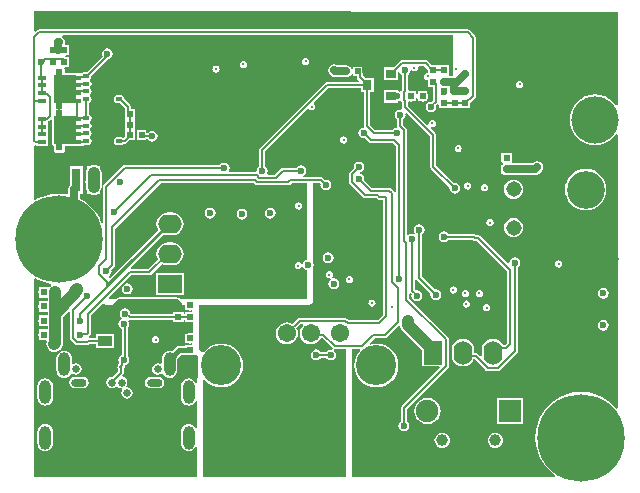
<source format=gbl>
G04*
G04 #@! TF.GenerationSoftware,Altium Limited,Altium Designer,20.0.7 (75)*
G04*
G04 Layer_Physical_Order=4*
G04 Layer_Color=16711680*
%FSLAX44Y44*%
%MOMM*%
G71*
G01*
G75*
%ADD11C,0.2000*%
%ADD22R,0.8000X0.8000*%
%ADD23R,0.6000X0.5000*%
%ADD24R,0.5000X0.6000*%
%ADD25R,0.5000X0.5000*%
%ADD26R,0.5000X0.5000*%
%ADD27R,1.3000X0.9000*%
%ADD37O,0.6000X0.4000*%
%ADD38R,0.6000X0.4000*%
%ADD89C,0.7000*%
%ADD92C,0.4500*%
%ADD94C,1.0000*%
%ADD97C,0.6500*%
%ADD98O,1.0000X2.0000*%
%ADD99O,1.3000X0.6500*%
%ADD100R,1.5450X1.5450*%
%ADD101C,1.5450*%
%ADD102C,3.3960*%
%ADD103C,4.0000*%
%ADD104C,1.3080*%
%ADD105C,1.9000*%
%ADD106C,1.0000*%
%ADD107R,1.9000X1.9000*%
%ADD108O,2.0000X1.6000*%
%ADD109R,2.0000X1.6000*%
%ADD110O,1.6000X2.0000*%
%ADD111R,1.6000X2.0000*%
%ADD112C,7.4000*%
%ADD113C,3.2000*%
%ADD114C,0.3000*%
%ADD115C,0.6000*%
%ADD116R,0.6600X0.4200*%
%ADD117R,0.9000X0.8000*%
%ADD118R,0.8000X0.9000*%
%ADD119R,0.5700X3.4600*%
%ADD120R,1.8400X2.3700*%
G36*
X358000Y342098D02*
X354888D01*
X354000Y343000D01*
Y344887D01*
X354239Y345244D01*
X354588Y347000D01*
X354239Y348756D01*
X354000Y349113D01*
Y351000D01*
X352113D01*
X351756Y351239D01*
X350000Y351588D01*
X348244Y351239D01*
X347887Y351000D01*
X346000D01*
Y351000D01*
X345500Y351000D01*
Y351000D01*
X340105D01*
X337049Y354056D01*
X337049Y354056D01*
X336302Y354802D01*
X335476Y355355D01*
X334500Y355549D01*
X333444D01*
X333444Y355549D01*
X329050D01*
X329050Y355549D01*
X314500D01*
X313524Y355355D01*
X312698Y354802D01*
X307395Y349500D01*
X299000D01*
Y338500D01*
X311000D01*
Y344934D01*
X311460Y345275D01*
X311761Y345268D01*
X313022Y344853D01*
X313756Y343756D01*
X314451Y343291D01*
Y330298D01*
X314198Y330045D01*
X313645Y329218D01*
X312284Y328886D01*
X311756Y329239D01*
X311000Y329389D01*
Y330500D01*
X299000D01*
Y319500D01*
X311000D01*
Y320611D01*
X311756Y320761D01*
X312284Y321114D01*
X313645Y320782D01*
X314198Y319955D01*
X314451Y319702D01*
Y317056D01*
X314451Y317056D01*
Y316000D01*
X314645Y315025D01*
X314505Y314501D01*
X313975Y313971D01*
X313409Y313507D01*
X313000Y313588D01*
X311244Y313239D01*
X309756Y312244D01*
X308761Y310756D01*
X308412Y309000D01*
X308761Y307244D01*
X309756Y305756D01*
X310451Y305291D01*
Y300541D01*
X310451Y300541D01*
Y299793D01*
X310000Y298588D01*
X309455Y298480D01*
X308244Y298239D01*
X306756Y297244D01*
X306291Y296549D01*
X291541D01*
X287549Y300541D01*
Y328500D01*
X290500D01*
Y340500D01*
X283105D01*
X281049Y342556D01*
Y344500D01*
X281000Y344746D01*
Y350000D01*
X273000D01*
Y347975D01*
X271730Y347850D01*
X271710Y347951D01*
X271000Y349013D01*
Y350000D01*
X270013D01*
X268951Y350710D01*
X267000Y351098D01*
X259867D01*
X258951Y351710D01*
X257000Y352098D01*
X255049Y351710D01*
X253395Y350605D01*
X252290Y348951D01*
X251902Y347000D01*
X252290Y345049D01*
X253395Y343395D01*
X254395Y342395D01*
X256049Y341290D01*
X258000Y340902D01*
X267000D01*
X268951Y341290D01*
X270013Y342000D01*
X271000D01*
Y342987D01*
X271710Y344049D01*
X271730Y344150D01*
X273000Y344025D01*
Y342000D01*
X275951D01*
Y341500D01*
X276145Y340525D01*
X276698Y339698D01*
X278173Y338222D01*
X277687Y337049D01*
X250843D01*
X249868Y336855D01*
X249041Y336302D01*
X194198Y281459D01*
X193645Y280632D01*
X193451Y279657D01*
Y265709D01*
X192756Y265244D01*
X191761Y263756D01*
X191412Y262000D01*
X191448Y261819D01*
X190406Y260549D01*
X168634D01*
X167955Y261819D01*
X168239Y262244D01*
X168588Y264000D01*
X168239Y265756D01*
X167244Y267244D01*
X165756Y268239D01*
X164000Y268588D01*
X162244Y268239D01*
X160756Y267244D01*
X160291Y266549D01*
X79515D01*
X78539Y266355D01*
X77712Y265802D01*
X62198Y250288D01*
X61645Y249461D01*
X61451Y248485D01*
Y217958D01*
X59890D01*
X58410Y221533D01*
X55244Y226700D01*
X51308Y231308D01*
X46700Y235243D01*
X41918Y238174D01*
Y242500D01*
X44000D01*
Y253500D01*
X44000D01*
X44000Y254500D01*
X44000D01*
Y265500D01*
X33000D01*
Y254500D01*
X33000D01*
X33000Y253500D01*
X33000D01*
Y249603D01*
X32110Y248271D01*
X31722Y246320D01*
Y242766D01*
X30725Y241980D01*
X30041Y242144D01*
X24000Y242619D01*
X17959Y242144D01*
X12066Y240729D01*
X10306Y240000D01*
X10000D01*
X9783Y239783D01*
X6467Y238410D01*
X4108Y236964D01*
X3000Y237585D01*
Y282639D01*
X3930Y283482D01*
X5200Y283131D01*
Y282650D01*
X14800D01*
Y289150D01*
Y295650D01*
Y303644D01*
X14804Y303645D01*
X15631Y304198D01*
X16903Y305470D01*
X18076Y304984D01*
Y284150D01*
X18552Y283002D01*
X19700Y282526D01*
X19877D01*
Y278700D01*
X20352Y277552D01*
X21500Y277076D01*
X27200D01*
X28349Y277552D01*
X28824Y278700D01*
Y282526D01*
X38100D01*
X38398Y282650D01*
X44200D01*
Y282650D01*
X45470Y283537D01*
X46000Y283431D01*
X48000D01*
X49366Y283703D01*
X50523Y284477D01*
X51297Y285634D01*
X51569Y287000D01*
X51297Y288366D01*
X50523Y289523D01*
X50386Y289615D01*
Y290885D01*
X50523Y290977D01*
X51297Y292134D01*
X51569Y293500D01*
X51297Y294866D01*
X50523Y296023D01*
X50386Y296115D01*
Y297385D01*
X50523Y297477D01*
X51297Y298634D01*
X51569Y300000D01*
X51297Y301366D01*
X50523Y302523D01*
X50386Y302615D01*
Y303885D01*
X50523Y303977D01*
X51297Y305134D01*
X51569Y306500D01*
X51297Y307866D01*
X50523Y309023D01*
X49549Y309674D01*
Y319326D01*
X50523Y319977D01*
X51297Y321134D01*
X51569Y322500D01*
X51297Y323866D01*
X50523Y325023D01*
X50386Y325115D01*
Y326385D01*
X50523Y326477D01*
X51297Y327634D01*
X51569Y329000D01*
X51297Y330366D01*
X50523Y331523D01*
X50386Y331615D01*
Y332885D01*
X50523Y332977D01*
X51297Y334134D01*
X51569Y335500D01*
X51297Y336866D01*
X50523Y338023D01*
X50386Y338115D01*
Y339385D01*
X50523Y339477D01*
X51297Y340634D01*
X51560Y341955D01*
X66037Y356432D01*
X66180Y356647D01*
X66756Y356761D01*
X68244Y357756D01*
X69239Y359244D01*
X69588Y361000D01*
X69239Y362756D01*
X68244Y364244D01*
X66756Y365239D01*
X65000Y365588D01*
X63244Y365239D01*
X61756Y364244D01*
X60761Y362756D01*
X60412Y361000D01*
X60761Y359244D01*
X61113Y358718D01*
X47964Y345569D01*
X46000D01*
X44634Y345297D01*
X43477Y344523D01*
X43361Y344350D01*
X38398D01*
X38100Y344473D01*
X28824D01*
Y348300D01*
X28646Y348730D01*
X29456Y350000D01*
X32500D01*
Y358000D01*
X30113D01*
X29797Y358312D01*
X29548Y358730D01*
X30248Y360000D01*
X32500D01*
Y368000D01*
X29420D01*
X28754Y369270D01*
X29098Y371000D01*
X28710Y372951D01*
X27605Y374605D01*
X26742Y375181D01*
X27128Y376451D01*
X358000D01*
Y342098D01*
D02*
G37*
G36*
X272000Y396000D02*
X497000Y396000D01*
Y317626D01*
X495730Y317287D01*
X493276Y320276D01*
X490003Y322963D01*
X486268Y324959D01*
X482215Y326189D01*
X478000Y326604D01*
X473785Y326189D01*
X469733Y324959D01*
X465998Y322963D01*
X462724Y320276D01*
X460037Y317003D01*
X458041Y313267D01*
X456811Y309215D01*
X456396Y305000D01*
X456811Y300785D01*
X458041Y296733D01*
X460037Y292997D01*
X462724Y289724D01*
X465998Y287037D01*
X469733Y285040D01*
X473785Y283811D01*
X478000Y283396D01*
X482215Y283811D01*
X486268Y285040D01*
X490003Y287037D01*
X493276Y289724D01*
X495730Y292713D01*
X497000Y292374D01*
Y60819D01*
X495808Y60380D01*
X493308Y63308D01*
X488700Y67243D01*
X483533Y70410D01*
X477934Y72729D01*
X472041Y74144D01*
X466000Y74619D01*
X459959Y74144D01*
X454066Y72729D01*
X448467Y70410D01*
X443300Y67243D01*
X438692Y63308D01*
X434757Y58700D01*
X431590Y53533D01*
X429271Y47934D01*
X427856Y42041D01*
X427381Y36000D01*
X427856Y29959D01*
X429271Y24066D01*
X431590Y18467D01*
X434757Y13300D01*
X438692Y8692D01*
X443300Y4757D01*
X444172Y4222D01*
X443827Y3000D01*
X272000Y3000D01*
Y110826D01*
X278497D01*
X279098Y109556D01*
X277260Y107317D01*
X275544Y104106D01*
X274487Y100623D01*
X274131Y97000D01*
X274487Y93377D01*
X275544Y89894D01*
X277260Y86683D01*
X279569Y83869D01*
X282383Y81560D01*
X285594Y79844D01*
X289077Y78787D01*
X292700Y78431D01*
X296323Y78787D01*
X299806Y79844D01*
X303017Y81560D01*
X305831Y83869D01*
X308140Y86683D01*
X309856Y89894D01*
X310913Y93377D01*
X311269Y97000D01*
X310913Y100623D01*
X309856Y104106D01*
X308140Y107317D01*
X305831Y110131D01*
X303017Y112440D01*
X299806Y114156D01*
X296323Y115213D01*
X292700Y115569D01*
X289077Y115213D01*
X287613Y114769D01*
X286940Y115892D01*
X291255Y120207D01*
X300119D01*
X301095Y120401D01*
X301922Y120953D01*
X311710Y130742D01*
X313051Y130286D01*
X313167Y129403D01*
X313822Y127822D01*
X314864Y126464D01*
X331100Y110228D01*
Y96500D01*
X346078D01*
X346564Y95327D01*
X314198Y62960D01*
X313645Y62133D01*
X313451Y61157D01*
Y49709D01*
X312756Y49244D01*
X311761Y47756D01*
X311412Y46000D01*
X311761Y44244D01*
X312756Y42756D01*
X314244Y41761D01*
X316000Y41412D01*
X317756Y41761D01*
X319244Y42756D01*
X320239Y44244D01*
X320588Y46000D01*
X320239Y47756D01*
X319244Y49244D01*
X318549Y49709D01*
Y60102D01*
X353402Y94955D01*
X353955Y95782D01*
X354149Y96757D01*
Y119243D01*
X353955Y120218D01*
X353402Y121045D01*
X320549Y153898D01*
Y157535D01*
X321819Y158062D01*
X322655Y157225D01*
X322412Y156000D01*
X322761Y154244D01*
X323756Y152756D01*
X325244Y151761D01*
X327000Y151412D01*
X328756Y151761D01*
X330244Y152756D01*
X331239Y154244D01*
X331588Y156000D01*
X331239Y157756D01*
X330244Y159244D01*
X328756Y160239D01*
X327000Y160588D01*
X326585Y160506D01*
X325549Y161541D01*
Y169521D01*
X326819Y169764D01*
X327198Y169198D01*
X338575Y157820D01*
X338412Y157000D01*
X338761Y155244D01*
X339756Y153756D01*
X341244Y152761D01*
X343000Y152412D01*
X344756Y152761D01*
X346244Y153756D01*
X347239Y155244D01*
X347588Y157000D01*
X347239Y158756D01*
X346244Y160244D01*
X344756Y161239D01*
X343000Y161588D01*
X342180Y161425D01*
X331549Y172056D01*
Y208291D01*
X332244Y208756D01*
X333239Y210244D01*
X333588Y212000D01*
X333239Y213756D01*
X332244Y215244D01*
X330756Y216239D01*
X329000Y216588D01*
X327244Y216239D01*
X325756Y215244D01*
X324761Y213756D01*
X324412Y212000D01*
X324761Y210244D01*
X325385Y209310D01*
X325072Y208778D01*
X324546Y208281D01*
X323000Y208588D01*
X321244Y208239D01*
X319819Y207287D01*
X319464Y207360D01*
X318549Y207724D01*
Y296485D01*
X318355Y297461D01*
X317802Y298288D01*
X315549Y300541D01*
Y305291D01*
X316244Y305756D01*
X317239Y307244D01*
X317588Y309000D01*
X317337Y310262D01*
X318508Y310888D01*
X338451Y290944D01*
Y265000D01*
X338645Y264025D01*
X339198Y263198D01*
X354575Y247820D01*
X354412Y247000D01*
X354761Y245244D01*
X355756Y243756D01*
X357244Y242761D01*
X359000Y242412D01*
X360756Y242761D01*
X362244Y243756D01*
X363239Y245244D01*
X363588Y247000D01*
X363239Y248756D01*
X362244Y250244D01*
X360756Y251239D01*
X359000Y251588D01*
X358180Y251425D01*
X343549Y266056D01*
Y292000D01*
X343355Y292976D01*
X342802Y293802D01*
X338700Y297905D01*
X339325Y299075D01*
X340000Y298941D01*
X341171Y299174D01*
X342163Y299837D01*
X342826Y300830D01*
X343059Y302000D01*
X342826Y303171D01*
X342163Y304163D01*
X341171Y304826D01*
X340000Y305059D01*
X338829Y304826D01*
X337837Y304163D01*
X337174Y303171D01*
X336941Y302000D01*
X337075Y301325D01*
X335905Y300700D01*
X319549Y317056D01*
Y319703D01*
X319678Y319899D01*
X320819Y320647D01*
X322000Y320412D01*
X323756Y320761D01*
X324113Y321000D01*
X326000D01*
Y322887D01*
X326143Y323101D01*
X326883Y323277D01*
X327547Y323310D01*
X328000Y322692D01*
Y321000D01*
X329887D01*
X330244Y320761D01*
X332000Y320412D01*
X333756Y320761D01*
X334113Y321000D01*
X336000D01*
Y322887D01*
X336239Y323244D01*
X336588Y325000D01*
X336239Y326756D01*
X336000Y327113D01*
Y329000D01*
X334113D01*
X333756Y329239D01*
X332000Y329588D01*
X330244Y329239D01*
X329887Y329000D01*
X328000D01*
Y327113D01*
X327857Y326899D01*
X327117Y326724D01*
X326453Y326690D01*
X326000Y327309D01*
Y329000D01*
X324113D01*
X323756Y329239D01*
X322000Y329588D01*
X320819Y329353D01*
X319678Y330101D01*
X319549Y330297D01*
Y343291D01*
X320244Y343756D01*
X321239Y345244D01*
X321499Y346553D01*
X322808Y346880D01*
X322837Y346837D01*
X323829Y346174D01*
X325000Y345941D01*
X326171Y346174D01*
X327163Y346837D01*
X327826Y347830D01*
X328059Y349000D01*
X328023Y349181D01*
X329050Y350451D01*
X333444D01*
X336500Y347395D01*
Y345242D01*
X336125Y344934D01*
X334954Y344701D01*
X333962Y344038D01*
X333299Y343046D01*
X333066Y341875D01*
X333299Y340704D01*
X333962Y339712D01*
X334954Y339049D01*
X336125Y338816D01*
X336500Y338508D01*
Y333000D01*
X340451D01*
Y321541D01*
X339416Y320505D01*
X339000Y320588D01*
X337244Y320239D01*
X335756Y319244D01*
X334761Y317756D01*
X334412Y316000D01*
X334761Y314244D01*
X335756Y312756D01*
X337244Y311761D01*
X339000Y311412D01*
X340756Y311761D01*
X342244Y312756D01*
X343239Y314244D01*
X343588Y316000D01*
X343344Y317225D01*
X344230Y318111D01*
X345500Y317584D01*
Y315000D01*
X363500D01*
Y315000D01*
X364000Y315000D01*
Y315000D01*
X372000D01*
Y319395D01*
X376302Y323698D01*
X376855Y324525D01*
X377049Y325500D01*
Y374500D01*
X376855Y375475D01*
X376302Y376302D01*
X371802Y380802D01*
X370975Y381355D01*
X370000Y381549D01*
X7000D01*
X6025Y381355D01*
X5198Y380802D01*
X4173Y379778D01*
X3000Y380264D01*
Y397000D01*
X271000D01*
X272000Y396000D01*
D02*
G37*
G36*
X279500Y328500D02*
X282451D01*
Y300541D01*
X282451Y300541D01*
Y299793D01*
X282000Y298588D01*
X281455Y298480D01*
X280244Y298239D01*
X278756Y297244D01*
X277761Y295756D01*
X277412Y294000D01*
X277761Y292244D01*
X278756Y290756D01*
X280244Y289761D01*
X282000Y289412D01*
X282820Y289575D01*
X286198Y286198D01*
X287024Y285645D01*
X288000Y285451D01*
X306773D01*
X309451Y282773D01*
Y244308D01*
X308181Y244064D01*
X307802Y244631D01*
X305631Y246802D01*
X304804Y247355D01*
X303828Y247549D01*
X289056D01*
X282425Y254180D01*
X282588Y255000D01*
X282239Y256756D01*
X281244Y258244D01*
X279756Y259239D01*
X279184Y259353D01*
Y260647D01*
X279756Y260761D01*
X281244Y261756D01*
X282239Y263244D01*
X282588Y265000D01*
X282239Y266756D01*
X281244Y268244D01*
X279756Y269239D01*
X278000Y269588D01*
X276244Y269239D01*
X274756Y268244D01*
X273761Y266756D01*
X273412Y265000D01*
X273575Y264180D01*
X270198Y260802D01*
X269645Y259975D01*
X269451Y259000D01*
Y252515D01*
X269645Y251539D01*
X270198Y250712D01*
X281712Y239198D01*
X282539Y238645D01*
X283515Y238451D01*
X293258D01*
X293511Y238198D01*
X294338Y237645D01*
X295314Y237451D01*
X298451D01*
Y139721D01*
X293900Y135170D01*
X269702D01*
X268245Y136627D01*
X267418Y137180D01*
X266442Y137374D01*
X227725D01*
X226749Y137180D01*
X225923Y136627D01*
X221511Y132216D01*
X219408Y133088D01*
X217000Y133405D01*
X214592Y133088D01*
X212348Y132158D01*
X210421Y130679D01*
X208942Y128752D01*
X208012Y126508D01*
X207695Y124100D01*
X208012Y121692D01*
X208942Y119448D01*
X210421Y117521D01*
X212348Y116042D01*
X214592Y115112D01*
X217000Y114795D01*
X219408Y115112D01*
X221652Y116042D01*
X223579Y117521D01*
X225058Y119448D01*
X225988Y121692D01*
X226305Y124100D01*
X225988Y126508D01*
X225116Y128612D01*
X228781Y132276D01*
X230415D01*
X230846Y131006D01*
X230421Y130679D01*
X228942Y128752D01*
X228012Y126508D01*
X227695Y124100D01*
X228012Y121692D01*
X228942Y119448D01*
X230421Y117521D01*
X232348Y116042D01*
X234592Y115112D01*
X237000Y114795D01*
X239408Y115112D01*
X241652Y116042D01*
X243579Y117521D01*
X245058Y119448D01*
X245479Y120465D01*
X246733Y120595D01*
X255755Y111573D01*
X255838Y111517D01*
X255342Y110321D01*
X254000Y110588D01*
X252244Y110239D01*
X250756Y109244D01*
X250291Y108549D01*
X245709D01*
X245244Y109244D01*
X243756Y110239D01*
X242000Y110588D01*
X240244Y110239D01*
X238756Y109244D01*
X237761Y107756D01*
X237412Y106000D01*
X237761Y104244D01*
X238756Y102756D01*
X240244Y101761D01*
X242000Y101412D01*
X243756Y101761D01*
X245244Y102756D01*
X245709Y103451D01*
X250291D01*
X250756Y102756D01*
X252244Y101761D01*
X254000Y101412D01*
X255756Y101761D01*
X257244Y102756D01*
X258239Y104244D01*
X258588Y106000D01*
X258239Y107756D01*
X257244Y109244D01*
X256500Y109741D01*
X256996Y110938D01*
X257558Y110826D01*
X266902D01*
Y3000D01*
X146000Y3000D01*
Y84628D01*
X147196Y85056D01*
X148169Y83869D01*
X150983Y81560D01*
X154194Y79844D01*
X157677Y78787D01*
X161300Y78431D01*
X164923Y78787D01*
X168406Y79844D01*
X171617Y81560D01*
X174431Y83869D01*
X176740Y86683D01*
X178456Y89894D01*
X179513Y93377D01*
X179869Y97000D01*
X179513Y100623D01*
X178456Y104106D01*
X176740Y107317D01*
X174431Y110131D01*
X171617Y112440D01*
X168406Y114156D01*
X164923Y115213D01*
X161300Y115569D01*
X157677Y115213D01*
X154194Y114156D01*
X150983Y112440D01*
X148169Y110131D01*
X146985Y108687D01*
X145329Y108671D01*
X143000Y111000D01*
Y147902D01*
X234000Y147902D01*
X235951Y148290D01*
X237605Y149395D01*
X238710Y151049D01*
X239098Y153000D01*
Y177611D01*
X239000Y178103D01*
Y178605D01*
X238808Y179069D01*
X238727Y179478D01*
X239239Y180244D01*
X239588Y182000D01*
X239239Y183756D01*
X238727Y184522D01*
X238808Y184931D01*
X239000Y185395D01*
Y185897D01*
X239098Y186389D01*
X239098Y251451D01*
X244585D01*
X245493Y250408D01*
X245412Y250000D01*
X245761Y248244D01*
X246756Y246756D01*
X248244Y245761D01*
X250000Y245412D01*
X251756Y245761D01*
X253244Y246756D01*
X254239Y248244D01*
X254588Y250000D01*
X254239Y251756D01*
X253244Y253244D01*
X251756Y254239D01*
X250000Y254588D01*
X249180Y254425D01*
X247802Y255802D01*
X246975Y256355D01*
X246000Y256549D01*
X234000D01*
X234000Y256549D01*
X231584D01*
X230830Y257726D01*
X230842Y257819D01*
X232244Y258756D01*
X233239Y260244D01*
X233588Y262000D01*
X233239Y263756D01*
X232244Y265244D01*
X230756Y266239D01*
X229000Y266588D01*
X227244Y266239D01*
X225756Y265244D01*
X225291Y264549D01*
X213716D01*
X212741Y264355D01*
X211914Y263802D01*
X206660Y258549D01*
X200634D01*
X199955Y259819D01*
X200239Y260244D01*
X200588Y262000D01*
X200239Y263756D01*
X199244Y265244D01*
X198549Y265709D01*
Y278601D01*
X234110Y314162D01*
X235735Y313991D01*
X235837Y313837D01*
X236829Y313174D01*
X238000Y312941D01*
X239170Y313174D01*
X240163Y313837D01*
X240826Y314830D01*
X241059Y316000D01*
X240826Y317171D01*
X240163Y318163D01*
X240009Y318265D01*
X239838Y319890D01*
X251899Y331951D01*
X277687D01*
X277687Y331951D01*
X279500D01*
Y328500D01*
D02*
G37*
G36*
X234000Y186389D02*
X233244Y186239D01*
X231756Y185244D01*
X230761Y183756D01*
X230584Y182866D01*
X229622Y182724D01*
X229269Y182766D01*
X228663Y183673D01*
X227670Y184336D01*
X226500Y184569D01*
X225329Y184336D01*
X224337Y183673D01*
X223674Y182681D01*
X223441Y181510D01*
X223674Y180340D01*
X224337Y179347D01*
X225329Y178685D01*
X226500Y178452D01*
X227670Y178685D01*
X228663Y179347D01*
X229326Y180340D01*
X229387Y180645D01*
X230681D01*
X230761Y180244D01*
X231756Y178756D01*
X233244Y177761D01*
X234000Y177611D01*
Y153000D01*
X140000Y153000D01*
X127210D01*
X127105Y153105D01*
X125451Y154210D01*
X123500Y154598D01*
X75500D01*
X73549Y154210D01*
X71895Y153105D01*
X71790Y153000D01*
X66000D01*
Y154395D01*
X85259Y173654D01*
X100603D01*
X101579Y173848D01*
X102406Y174401D01*
X111278Y183273D01*
X113520Y182344D01*
X116000Y182018D01*
X120000D01*
X122480Y182344D01*
X124791Y183302D01*
X126776Y184825D01*
X128298Y186809D01*
X129256Y189120D01*
X129582Y191600D01*
X129256Y194080D01*
X128298Y196391D01*
X126776Y198375D01*
X124791Y199898D01*
X122480Y200856D01*
X120000Y201182D01*
X116000D01*
X113520Y200856D01*
X111209Y199898D01*
X109225Y198375D01*
X107702Y196391D01*
X106744Y194080D01*
X106418Y191600D01*
X106744Y189120D01*
X107673Y186878D01*
X99548Y178752D01*
X85153D01*
X84627Y180022D01*
X112692Y208087D01*
X113520Y207745D01*
X116000Y207418D01*
X120000D01*
X122480Y207745D01*
X124791Y208702D01*
X126776Y210224D01*
X128298Y212209D01*
X129256Y214520D01*
X129582Y217000D01*
X129256Y219480D01*
X128298Y221791D01*
X126776Y223775D01*
X124791Y225298D01*
X122480Y226255D01*
X120000Y226582D01*
X116000D01*
X113520Y226255D01*
X111209Y225298D01*
X109225Y223775D01*
X107702Y221791D01*
X106744Y219480D01*
X106418Y217000D01*
X106744Y214520D01*
X107702Y212209D01*
X108032Y211779D01*
X67270Y171017D01*
X66000Y171543D01*
Y172924D01*
X67244Y173756D01*
X68239Y175244D01*
X68588Y177000D01*
X68425Y177820D01*
X70802Y180198D01*
X71355Y181024D01*
X71549Y182000D01*
Y212944D01*
X110056Y251451D01*
X188802D01*
X190056Y250198D01*
X190882Y249645D01*
X191858Y249451D01*
X217929D01*
X218904Y249645D01*
X219731Y250198D01*
X220985Y251451D01*
X234000D01*
X234000Y186389D01*
D02*
G37*
G36*
X6467Y169590D02*
X12066Y167271D01*
X17509Y165964D01*
X17679Y164937D01*
X17652Y164624D01*
X16364Y163636D01*
X16266Y163508D01*
X15000Y163500D01*
X15000Y163500D01*
X15000Y163500D01*
X11443D01*
X11000Y163588D01*
X10557Y163500D01*
X7000D01*
Y161113D01*
X6761Y160756D01*
X6412Y159000D01*
X6761Y157244D01*
X7000Y156887D01*
Y154500D01*
X10557D01*
X11000Y154412D01*
X11443Y154500D01*
X14444D01*
Y151500D01*
X11443D01*
X11000Y151588D01*
X10557Y151500D01*
X7000D01*
Y149113D01*
X6761Y148756D01*
X6412Y147000D01*
X6761Y145244D01*
X7000Y144887D01*
Y142500D01*
X10557D01*
X11000Y142412D01*
X11443Y142500D01*
X14444D01*
Y139500D01*
X11443D01*
X11000Y139588D01*
X10557Y139500D01*
X7000D01*
Y137113D01*
X6761Y136756D01*
X6412Y135000D01*
X6761Y133244D01*
X7000Y132887D01*
Y130500D01*
X10557D01*
X11000Y130412D01*
X11443Y130500D01*
X14444D01*
Y127500D01*
X11443D01*
X11000Y127588D01*
X10557Y127500D01*
X7000D01*
Y125113D01*
X6761Y124756D01*
X6412Y123000D01*
X6761Y121244D01*
X7000Y120887D01*
Y118500D01*
X10557D01*
X11000Y118412D01*
X11443Y118500D01*
X13040D01*
X13888Y117230D01*
X13667Y116697D01*
X13444Y115000D01*
X13667Y113303D01*
X14322Y111722D01*
X15364Y110364D01*
X16722Y109322D01*
X18303Y108667D01*
X20000Y108444D01*
X21697Y108667D01*
X23278Y109322D01*
X24636Y110364D01*
X25636Y111364D01*
X26678Y112722D01*
X27333Y114303D01*
X27556Y116000D01*
Y123000D01*
Y138284D01*
X32181Y142909D01*
X33451Y142383D01*
Y131000D01*
X33451Y131000D01*
Y120515D01*
X33645Y119539D01*
X34198Y118712D01*
X37712Y115198D01*
X38539Y114645D01*
X39515Y114451D01*
X48007D01*
X48983Y114645D01*
X49810Y115198D01*
X50063Y115451D01*
X55000D01*
Y112000D01*
X71000D01*
Y124000D01*
X55000D01*
Y120549D01*
X49812D01*
X49427Y121819D01*
X49631Y121955D01*
X50802Y123127D01*
X51355Y123954D01*
X51549Y124929D01*
Y139944D01*
X61129Y149524D01*
X62392Y149399D01*
X62395Y149395D01*
X64049Y148290D01*
X66000Y147902D01*
X71790D01*
X72810Y148105D01*
X72890D01*
X72964Y148135D01*
X73741Y148290D01*
X74401Y148731D01*
X74728Y148866D01*
X75538Y149408D01*
X76002Y149500D01*
X122998D01*
X123462Y149408D01*
X124272Y148866D01*
X124600Y148730D01*
X125259Y148290D01*
X126036Y148135D01*
X126110Y148105D01*
X126190D01*
X127210Y147902D01*
X130431D01*
X130761Y146244D01*
X131000Y145887D01*
Y144000D01*
X132887D01*
X133244Y143761D01*
X135000Y143412D01*
X136409Y143692D01*
X136931Y143287D01*
X137384Y142607D01*
X137214Y142000D01*
X131000D01*
Y140549D01*
X129500D01*
Y142000D01*
X120500D01*
Y140549D01*
X85138D01*
X84564Y141124D01*
X84239Y142756D01*
X83244Y144244D01*
X81756Y145239D01*
X80000Y145588D01*
X78244Y145239D01*
X76756Y144244D01*
X75761Y142756D01*
X75412Y141000D01*
X75761Y139244D01*
X76756Y137756D01*
X77124Y137510D01*
X77168Y137046D01*
X76992Y136070D01*
X75756Y135244D01*
X74761Y133756D01*
X74412Y132000D01*
X74761Y130244D01*
X75756Y128756D01*
X77244Y127761D01*
X77451Y127720D01*
Y106280D01*
X77244Y106239D01*
X75756Y105244D01*
X74761Y103756D01*
X74412Y102000D01*
X74761Y100244D01*
X75216Y99563D01*
Y98821D01*
X74198Y97802D01*
X73645Y96975D01*
X73451Y96000D01*
X73645Y95024D01*
X73686Y94964D01*
Y91729D01*
X69333Y87377D01*
X69000Y87443D01*
X67147Y87074D01*
X65575Y86025D01*
X64526Y84453D01*
X64157Y82600D01*
X64526Y80747D01*
X65575Y79176D01*
X67147Y78126D01*
X69000Y77757D01*
X70853Y78126D01*
X72425Y79176D01*
X73576D01*
X75147Y78126D01*
X77000Y77757D01*
X77085Y77774D01*
X77807Y76623D01*
X77026Y75453D01*
X76657Y73600D01*
X77026Y71747D01*
X78075Y70175D01*
X79647Y69126D01*
X81500Y68757D01*
X83353Y69126D01*
X84925Y70175D01*
X85974Y71747D01*
X86343Y73600D01*
X85974Y75453D01*
X84925Y77025D01*
X83353Y78074D01*
X81500Y78443D01*
X81415Y78426D01*
X80693Y79577D01*
X81474Y80747D01*
X81843Y82600D01*
X81474Y84453D01*
X80425Y86025D01*
X78853Y87074D01*
X78172Y87210D01*
X77754Y88588D01*
X78037Y88871D01*
X78590Y89698D01*
X78784Y90674D01*
Y95179D01*
X79568Y95963D01*
X80120Y96790D01*
X80295Y97669D01*
X80756Y97761D01*
X82244Y98756D01*
X83239Y100244D01*
X83588Y102000D01*
X83239Y103756D01*
X82549Y104788D01*
Y129212D01*
X83239Y130244D01*
X83588Y132000D01*
X83239Y133756D01*
X82768Y134460D01*
X83565Y135554D01*
X84082Y135451D01*
X120500D01*
Y134000D01*
X129500D01*
Y135451D01*
X131000D01*
Y134000D01*
X137902D01*
Y124932D01*
X136866Y124305D01*
X136632Y124263D01*
X135000Y124588D01*
X133244Y124239D01*
X132887Y124000D01*
X130500D01*
Y120443D01*
X130412Y120000D01*
X130500Y119557D01*
Y116000D01*
X132887D01*
X133244Y115761D01*
X135000Y115412D01*
X136408Y115692D01*
X136931Y115287D01*
X137383Y114607D01*
X137214Y114000D01*
X130500D01*
Y113573D01*
X125888D01*
X124425Y113282D01*
X123185Y112454D01*
X119854Y109123D01*
X119347Y109333D01*
X117650Y109556D01*
X115953Y109333D01*
X114372Y108678D01*
X113014Y107636D01*
X111972Y106278D01*
X111317Y104697D01*
X111094Y103000D01*
Y98839D01*
X109824Y98160D01*
X109353Y98474D01*
X107500Y98843D01*
X105647Y98474D01*
X104075Y97425D01*
X103026Y95853D01*
X102657Y94000D01*
X103026Y92147D01*
X104075Y90576D01*
X105647Y89526D01*
X107500Y89157D01*
X109353Y89526D01*
X110392Y90219D01*
X111893Y89913D01*
X111972Y89722D01*
X113014Y88364D01*
X114372Y87322D01*
X115953Y86667D01*
X117650Y86444D01*
X119347Y86667D01*
X120928Y87322D01*
X122286Y88364D01*
X123328Y89722D01*
X123983Y91303D01*
X124206Y93000D01*
Y102661D01*
X127472Y105927D01*
X134750D01*
X135119Y106000D01*
X139500D01*
Y106000D01*
X140412Y106378D01*
X141724Y105066D01*
X141745Y105052D01*
X141760Y105031D01*
X142000Y104874D01*
Y87641D01*
X141911Y87508D01*
X141391Y86808D01*
X141361Y86685D01*
X141290Y86579D01*
X141120Y85724D01*
X140908Y84878D01*
X140927Y84753D01*
X140902Y84628D01*
Y82637D01*
X139632Y82385D01*
X139428Y82878D01*
X138386Y84236D01*
X137028Y85278D01*
X135447Y85933D01*
X133750Y86156D01*
X132053Y85933D01*
X130472Y85278D01*
X129114Y84236D01*
X128072Y82878D01*
X127417Y81297D01*
X127194Y79600D01*
Y69600D01*
X127417Y67903D01*
X128072Y66322D01*
X129114Y64964D01*
X130472Y63922D01*
X132053Y63267D01*
X133750Y63044D01*
X135447Y63267D01*
X137028Y63922D01*
X138386Y64964D01*
X139428Y66322D01*
X139632Y66815D01*
X140902Y66563D01*
Y44037D01*
X139632Y43785D01*
X139428Y44278D01*
X138386Y45636D01*
X137028Y46678D01*
X135447Y47333D01*
X133750Y47556D01*
X132053Y47333D01*
X130472Y46678D01*
X129114Y45636D01*
X128072Y44278D01*
X127417Y42697D01*
X127194Y41000D01*
Y31000D01*
X127417Y29303D01*
X128072Y27722D01*
X129114Y26364D01*
X130472Y25322D01*
X132053Y24667D01*
X133750Y24444D01*
X135447Y24667D01*
X137028Y25322D01*
X138386Y26364D01*
X139428Y27722D01*
X139632Y28215D01*
X140902Y27963D01*
Y3000D01*
X3000D01*
Y170610D01*
X4270Y170937D01*
X6467Y169590D01*
D02*
G37*
%LPC*%
G36*
X233000Y357559D02*
X231829Y357326D01*
X230837Y356663D01*
X230174Y355671D01*
X229941Y354500D01*
X230174Y353329D01*
X230837Y352337D01*
X231829Y351674D01*
X233000Y351441D01*
X234171Y351674D01*
X235163Y352337D01*
X235826Y353329D01*
X236059Y354500D01*
X235826Y355671D01*
X235163Y356663D01*
X234171Y357326D01*
X233000Y357559D01*
D02*
G37*
G36*
X180000Y355059D02*
X178829Y354826D01*
X177837Y354163D01*
X177174Y353171D01*
X176941Y352000D01*
X177174Y350830D01*
X177837Y349837D01*
X178829Y349174D01*
X180000Y348941D01*
X181171Y349174D01*
X182163Y349837D01*
X182826Y350830D01*
X183059Y352000D01*
X182826Y353171D01*
X182163Y354163D01*
X181171Y354826D01*
X180000Y355059D01*
D02*
G37*
G36*
X157000Y351059D02*
X155829Y350826D01*
X154837Y350163D01*
X154174Y349170D01*
X153941Y348000D01*
X154174Y346829D01*
X154837Y345837D01*
X155829Y345174D01*
X157000Y344941D01*
X158170Y345174D01*
X159163Y345837D01*
X159826Y346829D01*
X160059Y348000D01*
X159826Y349170D01*
X159163Y350163D01*
X158170Y350826D01*
X157000Y351059D01*
D02*
G37*
G36*
X76000Y326069D02*
X74000D01*
X72634Y325797D01*
X71477Y325023D01*
X70703Y323866D01*
X70431Y322500D01*
X70703Y321134D01*
X71477Y319977D01*
X72634Y319203D01*
X74000Y318931D01*
X75964D01*
X79951Y314944D01*
Y311500D01*
X80000Y311254D01*
Y305500D01*
X80000D01*
X80000Y305000D01*
X80000D01*
Y297000D01*
X80000D01*
X80000Y296500D01*
X80000D01*
Y291105D01*
X78827Y289932D01*
X77912D01*
X77366Y290297D01*
X76000Y290569D01*
X74000D01*
X72634Y290297D01*
X71477Y289523D01*
X70703Y288366D01*
X70431Y287000D01*
X70703Y285634D01*
X71477Y284477D01*
X72634Y283703D01*
X74000Y283431D01*
X76000D01*
X77366Y283703D01*
X78523Y284477D01*
X78762Y284834D01*
X79883D01*
X80858Y285028D01*
X81685Y285580D01*
X83605Y287500D01*
X88000D01*
Y296500D01*
X88000D01*
X88000Y297000D01*
X88000D01*
Y305000D01*
X88000D01*
X88000Y305500D01*
X88000D01*
Y314500D01*
X85049D01*
Y316000D01*
X84855Y316975D01*
X84302Y317802D01*
X79560Y322545D01*
X79297Y323866D01*
X78523Y325023D01*
X77366Y325797D01*
X76000Y326069D01*
D02*
G37*
G36*
X98000Y296500D02*
X90000D01*
Y287500D01*
X98000D01*
Y288451D01*
X99291D01*
X99756Y287756D01*
X101244Y286761D01*
X103000Y286412D01*
X104756Y286761D01*
X106244Y287756D01*
X107239Y289244D01*
X107588Y291000D01*
X107239Y292756D01*
X106244Y294244D01*
X104756Y295239D01*
X103000Y295588D01*
X101244Y295239D01*
X99756Y294244D01*
X99291Y293549D01*
X98000D01*
Y296500D01*
D02*
G37*
G36*
X53500Y266556D02*
X51803Y266333D01*
X50222Y265678D01*
X49990Y265500D01*
X48000D01*
Y263510D01*
X47822Y263278D01*
X47167Y261697D01*
X46944Y260000D01*
Y254029D01*
X46761Y253756D01*
X46412Y252000D01*
X46761Y250244D01*
X46944Y249971D01*
Y248000D01*
X47167Y246303D01*
X47822Y244722D01*
X48000Y244490D01*
Y242500D01*
X49990D01*
X50222Y242322D01*
X51803Y241667D01*
X53500Y241444D01*
X55197Y241667D01*
X56778Y242322D01*
X57010Y242500D01*
X59000D01*
Y244490D01*
X59178Y244722D01*
X59833Y246303D01*
X60056Y248000D01*
Y260000D01*
X59833Y261697D01*
X59178Y263278D01*
X59000Y263510D01*
Y265500D01*
X57010D01*
X56778Y265678D01*
X55197Y266333D01*
X53500Y266556D01*
D02*
G37*
G36*
X414000Y338059D02*
X412830Y337826D01*
X411837Y337163D01*
X411174Y336171D01*
X410941Y335000D01*
X411174Y333829D01*
X411837Y332837D01*
X412830Y332174D01*
X414000Y331941D01*
X415171Y332174D01*
X416163Y332837D01*
X416826Y333829D01*
X417059Y335000D01*
X416826Y336171D01*
X416163Y337163D01*
X415171Y337826D01*
X414000Y338059D01*
D02*
G37*
G36*
X362000Y284059D02*
X360830Y283826D01*
X359837Y283163D01*
X359174Y282171D01*
X358941Y281000D01*
X359174Y279830D01*
X359837Y278837D01*
X360830Y278174D01*
X362000Y277941D01*
X363171Y278174D01*
X364163Y278837D01*
X364826Y279830D01*
X365059Y281000D01*
X364826Y282171D01*
X364163Y283163D01*
X363171Y283826D01*
X362000Y284059D01*
D02*
G37*
G36*
X403000Y277088D02*
X402557Y277000D01*
X398500D01*
Y272943D01*
X398412Y272500D01*
X398500Y272057D01*
Y269000D01*
X399265D01*
X399895Y268380D01*
X399919Y268019D01*
X399485Y267000D01*
X398500D01*
Y265265D01*
X398290Y264951D01*
X397902Y263000D01*
X398290Y261049D01*
X398500Y260735D01*
Y259000D01*
X399987D01*
X401049Y258290D01*
X403000Y257902D01*
X427000D01*
X428951Y258290D01*
X430605Y259395D01*
X432605Y261395D01*
X433710Y263049D01*
X434098Y265000D01*
X433710Y266951D01*
X432605Y268605D01*
X430951Y269710D01*
X429000Y270098D01*
X427049Y269710D01*
X425395Y268605D01*
X424888Y268098D01*
X408388D01*
X407500Y269000D01*
Y272057D01*
X407588Y272500D01*
X407500Y272943D01*
Y277000D01*
X403443D01*
X403000Y277088D01*
D02*
G37*
G36*
X370000Y252059D02*
X368829Y251826D01*
X367837Y251163D01*
X367174Y250170D01*
X366941Y249000D01*
X367174Y247829D01*
X367837Y246837D01*
X368829Y246174D01*
X370000Y245941D01*
X371171Y246174D01*
X372163Y246837D01*
X372826Y247829D01*
X373059Y249000D01*
X372826Y250170D01*
X372163Y251163D01*
X371171Y251826D01*
X370000Y252059D01*
D02*
G37*
G36*
X384500Y250559D02*
X383330Y250326D01*
X382337Y249663D01*
X381674Y248671D01*
X381441Y247500D01*
X381674Y246329D01*
X382337Y245337D01*
X383330Y244674D01*
X384500Y244441D01*
X385671Y244674D01*
X386663Y245337D01*
X387326Y246329D01*
X387559Y247500D01*
X387326Y248671D01*
X386663Y249663D01*
X385671Y250326D01*
X384500Y250559D01*
D02*
G37*
G36*
X409000Y254309D02*
X406901Y254033D01*
X404945Y253223D01*
X403266Y251934D01*
X401977Y250255D01*
X401167Y248299D01*
X400891Y246200D01*
X401167Y244101D01*
X401977Y242145D01*
X403266Y240466D01*
X404945Y239177D01*
X406901Y238367D01*
X409000Y238091D01*
X411099Y238367D01*
X413055Y239177D01*
X414734Y240466D01*
X416023Y242145D01*
X416833Y244101D01*
X417109Y246200D01*
X416833Y248299D01*
X416023Y250255D01*
X414734Y251934D01*
X413055Y253223D01*
X411099Y254033D01*
X409000Y254309D01*
D02*
G37*
G36*
X470000Y263585D02*
X466569Y263247D01*
X463271Y262246D01*
X460230Y260621D01*
X457566Y258434D01*
X455379Y255770D01*
X453754Y252729D01*
X452753Y249431D01*
X452415Y246000D01*
X452753Y242569D01*
X453754Y239271D01*
X455379Y236231D01*
X457566Y233566D01*
X460230Y231379D01*
X463271Y229754D01*
X466569Y228753D01*
X470000Y228415D01*
X473431Y228753D01*
X476729Y229754D01*
X479770Y231379D01*
X482434Y233566D01*
X484621Y236231D01*
X486246Y239271D01*
X487247Y242569D01*
X487585Y246000D01*
X487247Y249431D01*
X486246Y252729D01*
X484621Y255770D01*
X482434Y258434D01*
X479770Y260621D01*
X476729Y262246D01*
X473431Y263247D01*
X470000Y263585D01*
D02*
G37*
G36*
X389000Y221059D02*
X387830Y220826D01*
X386837Y220163D01*
X386174Y219170D01*
X385941Y218000D01*
X386174Y216829D01*
X386837Y215837D01*
X387830Y215174D01*
X389000Y214941D01*
X390171Y215174D01*
X391163Y215837D01*
X391826Y216829D01*
X392059Y218000D01*
X391826Y219170D01*
X391163Y220163D01*
X390171Y220826D01*
X389000Y221059D01*
D02*
G37*
G36*
X409000Y221909D02*
X406901Y221633D01*
X404945Y220823D01*
X403266Y219534D01*
X401977Y217855D01*
X401167Y215899D01*
X400891Y213800D01*
X401167Y211701D01*
X401977Y209745D01*
X403266Y208066D01*
X404945Y206777D01*
X406901Y205967D01*
X409000Y205691D01*
X411099Y205967D01*
X413055Y206777D01*
X414734Y208066D01*
X416023Y209745D01*
X416833Y211701D01*
X417109Y213800D01*
X416833Y215899D01*
X416023Y217855D01*
X414734Y219534D01*
X413055Y220823D01*
X411099Y221633D01*
X409000Y221909D01*
D02*
G37*
G36*
X447000Y186059D02*
X445830Y185826D01*
X444837Y185163D01*
X444174Y184170D01*
X443941Y183000D01*
X444174Y181829D01*
X444837Y180837D01*
X445830Y180174D01*
X447000Y179941D01*
X448171Y180174D01*
X449163Y180837D01*
X449826Y181829D01*
X450059Y183000D01*
X449826Y184170D01*
X449163Y185163D01*
X448171Y185826D01*
X447000Y186059D01*
D02*
G37*
G36*
X358000Y164059D02*
X356829Y163826D01*
X355837Y163163D01*
X355174Y162171D01*
X354941Y161000D01*
X355174Y159830D01*
X355837Y158837D01*
X356829Y158174D01*
X358000Y157941D01*
X359170Y158174D01*
X360163Y158837D01*
X360826Y159830D01*
X361059Y161000D01*
X360826Y162171D01*
X360163Y163163D01*
X359170Y163826D01*
X358000Y164059D01*
D02*
G37*
G36*
X380000Y161059D02*
X378829Y160826D01*
X377837Y160163D01*
X377174Y159171D01*
X376941Y158000D01*
X377174Y156830D01*
X377837Y155837D01*
X378829Y155174D01*
X380000Y154941D01*
X381171Y155174D01*
X382163Y155837D01*
X382826Y156830D01*
X383059Y158000D01*
X382826Y159171D01*
X382163Y160163D01*
X381171Y160826D01*
X380000Y161059D01*
D02*
G37*
G36*
X368000D02*
X366829Y160826D01*
X365837Y160163D01*
X365174Y159171D01*
X364941Y158000D01*
X365174Y156830D01*
X365837Y155837D01*
X366829Y155174D01*
X368000Y154941D01*
X369170Y155174D01*
X370163Y155837D01*
X370826Y156830D01*
X371059Y158000D01*
X370826Y159171D01*
X370163Y160163D01*
X369170Y160826D01*
X368000Y161059D01*
D02*
G37*
G36*
X485000Y162588D02*
X483244Y162239D01*
X481756Y161244D01*
X480761Y159756D01*
X480412Y158000D01*
X480761Y156244D01*
X481756Y154756D01*
X483244Y153761D01*
X485000Y153412D01*
X486756Y153761D01*
X488244Y154756D01*
X489239Y156244D01*
X489588Y158000D01*
X489239Y159756D01*
X488244Y161244D01*
X486756Y162239D01*
X485000Y162588D01*
D02*
G37*
G36*
X369000Y152059D02*
X367830Y151826D01*
X366837Y151163D01*
X366174Y150170D01*
X365941Y149000D01*
X366174Y147830D01*
X366837Y146837D01*
X367830Y146174D01*
X369000Y145941D01*
X370171Y146174D01*
X371163Y146837D01*
X371826Y147830D01*
X372059Y149000D01*
X371826Y150170D01*
X371163Y151163D01*
X370171Y151826D01*
X369000Y152059D01*
D02*
G37*
G36*
X386000Y149059D02*
X384829Y148826D01*
X383837Y148163D01*
X383174Y147170D01*
X382941Y146000D01*
X383174Y144829D01*
X383837Y143837D01*
X384829Y143174D01*
X386000Y142941D01*
X387170Y143174D01*
X388163Y143837D01*
X388826Y144829D01*
X389059Y146000D01*
X388826Y147170D01*
X388163Y148163D01*
X387170Y148826D01*
X386000Y149059D01*
D02*
G37*
G36*
X485000Y135588D02*
X483244Y135239D01*
X481756Y134244D01*
X480761Y132756D01*
X480412Y131000D01*
X480761Y129244D01*
X481756Y127756D01*
X483244Y126761D01*
X485000Y126412D01*
X486756Y126761D01*
X488244Y127756D01*
X489239Y129244D01*
X489588Y131000D01*
X489239Y132756D01*
X488244Y134244D01*
X486756Y135239D01*
X485000Y135588D01*
D02*
G37*
G36*
X350000Y210588D02*
X348244Y210239D01*
X346756Y209244D01*
X345761Y207756D01*
X345412Y206000D01*
X345761Y204244D01*
X346756Y202756D01*
X348244Y201761D01*
X350000Y201412D01*
X351756Y201761D01*
X353244Y202756D01*
X353709Y203451D01*
X373944D01*
X374198Y203198D01*
X375025Y202645D01*
X376000Y202451D01*
X377944D01*
X403451Y176944D01*
Y116056D01*
X401344Y113949D01*
X400047D01*
X399698Y114791D01*
X398176Y116776D01*
X396191Y118298D01*
X393880Y119256D01*
X391400Y119582D01*
X388920Y119256D01*
X386609Y118298D01*
X384625Y116776D01*
X383102Y114791D01*
X382145Y112480D01*
X381818Y110000D01*
Y106000D01*
X381905Y105339D01*
X380702Y104746D01*
X378802Y106646D01*
X377976Y107199D01*
X377000Y107393D01*
X375582D01*
Y110000D01*
X375256Y112480D01*
X374298Y114791D01*
X372775Y116776D01*
X370791Y118298D01*
X368480Y119256D01*
X366000Y119582D01*
X363520Y119256D01*
X361209Y118298D01*
X359225Y116776D01*
X357702Y114791D01*
X356744Y112480D01*
X356418Y110000D01*
Y106000D01*
X356744Y103520D01*
X357702Y101209D01*
X359225Y99225D01*
X361209Y97702D01*
X363520Y96744D01*
X366000Y96418D01*
X368480Y96744D01*
X370791Y97702D01*
X372775Y99225D01*
X374298Y101209D01*
X374748Y102295D01*
X375944D01*
X385041Y93198D01*
X385868Y92645D01*
X386844Y92451D01*
X395956D01*
X396932Y92645D01*
X397759Y93198D01*
X411802Y107241D01*
X412355Y108068D01*
X412549Y109044D01*
Y180291D01*
X413244Y180756D01*
X414239Y182244D01*
X414588Y184000D01*
X414239Y185756D01*
X413244Y187244D01*
X411756Y188239D01*
X410000Y188588D01*
X408244Y188239D01*
X406756Y187244D01*
X405761Y185756D01*
X405412Y184000D01*
X405415Y183986D01*
X404244Y183361D01*
X380802Y206802D01*
X379976Y207355D01*
X379000Y207549D01*
X377056D01*
X376802Y207802D01*
X375975Y208355D01*
X375000Y208549D01*
X353709D01*
X353244Y209244D01*
X351756Y210239D01*
X350000Y210588D01*
D02*
G37*
G36*
X417000Y69500D02*
X395000D01*
Y47500D01*
X417000D01*
Y69500D01*
D02*
G37*
G36*
X336000Y69595D02*
X333128Y69217D01*
X330453Y68109D01*
X328155Y66345D01*
X326391Y64047D01*
X325283Y61372D01*
X324905Y58500D01*
X325283Y55628D01*
X326391Y52952D01*
X328155Y50655D01*
X330453Y48892D01*
X333128Y47783D01*
X336000Y47405D01*
X338872Y47783D01*
X341547Y48892D01*
X343845Y50655D01*
X345608Y52952D01*
X346717Y55628D01*
X347095Y58500D01*
X346717Y61372D01*
X345608Y64047D01*
X343845Y66345D01*
X341547Y68109D01*
X338872Y69217D01*
X336000Y69595D01*
D02*
G37*
G36*
X393500Y40056D02*
X391803Y39833D01*
X390222Y39178D01*
X388864Y38136D01*
X387822Y36778D01*
X387167Y35197D01*
X386944Y33500D01*
X387167Y31803D01*
X387822Y30222D01*
X388864Y28864D01*
X390222Y27822D01*
X391803Y27167D01*
X393500Y26944D01*
X395197Y27167D01*
X396778Y27822D01*
X398136Y28864D01*
X399178Y30222D01*
X399833Y31803D01*
X400056Y33500D01*
X399833Y35197D01*
X399178Y36778D01*
X398136Y38136D01*
X396778Y39178D01*
X395197Y39833D01*
X393500Y40056D01*
D02*
G37*
G36*
X348500D02*
X346803Y39833D01*
X345222Y39178D01*
X343864Y38136D01*
X342822Y36778D01*
X342167Y35197D01*
X341944Y33500D01*
X342167Y31803D01*
X342822Y30222D01*
X343864Y28864D01*
X345222Y27822D01*
X346803Y27167D01*
X348500Y26944D01*
X350197Y27167D01*
X351778Y27822D01*
X353136Y28864D01*
X354178Y30222D01*
X354833Y31803D01*
X355056Y33500D01*
X354833Y35197D01*
X354178Y36778D01*
X353136Y38136D01*
X351778Y39178D01*
X350197Y39833D01*
X348500Y40056D01*
D02*
G37*
G36*
X265000Y291059D02*
X263829Y290826D01*
X262837Y290163D01*
X262174Y289170D01*
X261941Y288000D01*
X262174Y286829D01*
X262837Y285837D01*
X263829Y285174D01*
X265000Y284941D01*
X266171Y285174D01*
X267163Y285837D01*
X267826Y286829D01*
X268059Y288000D01*
X267826Y289170D01*
X267163Y290163D01*
X266171Y290826D01*
X265000Y291059D01*
D02*
G37*
G36*
X252000Y192888D02*
X250244Y192539D01*
X248756Y191544D01*
X247761Y190056D01*
X247412Y188300D01*
X247761Y186544D01*
X248756Y185056D01*
X250244Y184061D01*
X252000Y183712D01*
X253756Y184061D01*
X255244Y185056D01*
X256239Y186544D01*
X256588Y188300D01*
X256239Y190056D01*
X255244Y191544D01*
X253756Y192539D01*
X252000Y192888D01*
D02*
G37*
G36*
X270000Y173059D02*
X268829Y172826D01*
X267837Y172163D01*
X267174Y171171D01*
X266941Y170000D01*
X267174Y168829D01*
X267837Y167837D01*
X268829Y167174D01*
X270000Y166941D01*
X271171Y167174D01*
X272163Y167837D01*
X272826Y168829D01*
X273059Y170000D01*
X272826Y171171D01*
X272163Y172163D01*
X271171Y172826D01*
X270000Y173059D01*
D02*
G37*
G36*
X253000Y177059D02*
X251829Y176826D01*
X250837Y176163D01*
X250174Y175170D01*
X249941Y174000D01*
X250174Y172829D01*
X250837Y171837D01*
X251829Y171174D01*
X253000Y170941D01*
X253549Y171050D01*
X254044Y169854D01*
X253506Y169494D01*
X252511Y168006D01*
X252162Y166250D01*
X252511Y164494D01*
X253506Y163006D01*
X254994Y162011D01*
X256750Y161662D01*
X258506Y162011D01*
X259994Y163006D01*
X260989Y164494D01*
X261338Y166250D01*
X260989Y168006D01*
X259994Y169494D01*
X258506Y170489D01*
X256750Y170838D01*
X255616Y170613D01*
X255121Y171809D01*
X255163Y171837D01*
X255826Y172829D01*
X256059Y174000D01*
X255826Y175170D01*
X255163Y176163D01*
X254170Y176826D01*
X253000Y177059D01*
D02*
G37*
G36*
X289000Y153059D02*
X287829Y152826D01*
X286837Y152163D01*
X286174Y151171D01*
X285941Y150000D01*
X286174Y148829D01*
X286837Y147837D01*
X287829Y147174D01*
X289000Y146941D01*
X290170Y147174D01*
X291163Y147837D01*
X291826Y148829D01*
X292059Y150000D01*
X291826Y151171D01*
X291163Y152163D01*
X290170Y152826D01*
X289000Y153059D01*
D02*
G37*
G36*
X227000Y235059D02*
X225830Y234826D01*
X224837Y234163D01*
X224174Y233171D01*
X223941Y232000D01*
X224174Y230830D01*
X224837Y229837D01*
X225830Y229174D01*
X227000Y228941D01*
X228171Y229174D01*
X229163Y229837D01*
X229826Y230830D01*
X230059Y232000D01*
X229826Y233171D01*
X229163Y234163D01*
X228171Y234826D01*
X227000Y235059D01*
D02*
G37*
G36*
X203000Y230588D02*
X201244Y230239D01*
X199756Y229244D01*
X198761Y227756D01*
X198412Y226000D01*
X198761Y224244D01*
X199756Y222756D01*
X201244Y221761D01*
X203000Y221412D01*
X204756Y221761D01*
X206244Y222756D01*
X207239Y224244D01*
X207588Y226000D01*
X207239Y227756D01*
X206244Y229244D01*
X204756Y230239D01*
X203000Y230588D01*
D02*
G37*
G36*
X152000D02*
X150244Y230239D01*
X148756Y229244D01*
X147761Y227756D01*
X147412Y226000D01*
X147761Y224244D01*
X148756Y222756D01*
X150244Y221761D01*
X152000Y221412D01*
X153756Y221761D01*
X155244Y222756D01*
X156239Y224244D01*
X156588Y226000D01*
X156239Y227756D01*
X155244Y229244D01*
X153756Y230239D01*
X152000Y230588D01*
D02*
G37*
G36*
X179000Y229588D02*
X177244Y229239D01*
X175756Y228244D01*
X174761Y226756D01*
X174412Y225000D01*
X174761Y223244D01*
X175756Y221756D01*
X177244Y220761D01*
X179000Y220412D01*
X180756Y220761D01*
X182244Y221756D01*
X183239Y223244D01*
X183588Y225000D01*
X183239Y226756D01*
X182244Y228244D01*
X180756Y229239D01*
X179000Y229588D01*
D02*
G37*
G36*
X82000Y166588D02*
X80244Y166239D01*
X78756Y165244D01*
X77761Y163756D01*
X77412Y162000D01*
X77761Y160244D01*
X78756Y158756D01*
X80244Y157761D01*
X82000Y157412D01*
X83756Y157761D01*
X85244Y158756D01*
X86239Y160244D01*
X86588Y162000D01*
X86239Y163756D01*
X85244Y165244D01*
X83756Y166239D01*
X82000Y166588D01*
D02*
G37*
G36*
X129500Y175700D02*
X106500D01*
Y156700D01*
X129500D01*
Y175700D01*
D02*
G37*
G36*
X106000Y122059D02*
X104830Y121826D01*
X103837Y121163D01*
X103174Y120170D01*
X102941Y119000D01*
X103174Y117830D01*
X103837Y116837D01*
X104830Y116174D01*
X106000Y115941D01*
X107170Y116174D01*
X108163Y116837D01*
X108826Y117830D01*
X109059Y119000D01*
X108826Y120170D01*
X108163Y121163D01*
X107170Y121826D01*
X106000Y122059D01*
D02*
G37*
G36*
X28350Y109556D02*
X26653Y109333D01*
X25072Y108678D01*
X23714Y107636D01*
X22672Y106278D01*
X22017Y104697D01*
X21794Y103000D01*
Y93000D01*
X22017Y91303D01*
X22672Y89722D01*
X23714Y88364D01*
X25072Y87322D01*
X26653Y86667D01*
X28350Y86444D01*
X30047Y86667D01*
X31628Y87322D01*
X32986Y88364D01*
X34028Y89722D01*
X34107Y89913D01*
X35608Y90219D01*
X36647Y89526D01*
X38500Y89157D01*
X40353Y89526D01*
X41925Y90576D01*
X42974Y92147D01*
X43343Y94000D01*
X42974Y95853D01*
X41925Y97425D01*
X40353Y98474D01*
X38500Y98843D01*
X36647Y98474D01*
X36176Y98160D01*
X34906Y98839D01*
Y103000D01*
X34683Y104697D01*
X34028Y106278D01*
X32986Y107636D01*
X31628Y108678D01*
X30047Y109333D01*
X28350Y109556D01*
D02*
G37*
G36*
X108250Y87443D02*
X101750D01*
X99897Y87074D01*
X98326Y86025D01*
X97276Y84453D01*
X96907Y82600D01*
X97276Y80747D01*
X98326Y79176D01*
X99897Y78126D01*
X101750Y77757D01*
X108250D01*
X110103Y78126D01*
X111675Y79176D01*
X112724Y80747D01*
X113093Y82600D01*
X112724Y84453D01*
X111675Y86025D01*
X110103Y87074D01*
X108250Y87443D01*
D02*
G37*
G36*
X44250D02*
X37750D01*
X35897Y87074D01*
X34325Y86025D01*
X33276Y84453D01*
X32907Y82600D01*
X33276Y80747D01*
X34325Y79176D01*
X35897Y78126D01*
X37750Y77757D01*
X44250D01*
X46103Y78126D01*
X47674Y79176D01*
X48724Y80747D01*
X49093Y82600D01*
X48724Y84453D01*
X47674Y86025D01*
X46103Y87074D01*
X44250Y87443D01*
D02*
G37*
G36*
X12250Y86156D02*
X10553Y85933D01*
X8972Y85278D01*
X7614Y84236D01*
X6572Y82878D01*
X5917Y81297D01*
X5694Y79600D01*
Y69600D01*
X5917Y67903D01*
X6572Y66322D01*
X7614Y64964D01*
X8972Y63922D01*
X10553Y63267D01*
X12250Y63044D01*
X13947Y63267D01*
X15528Y63922D01*
X16886Y64964D01*
X17928Y66322D01*
X18583Y67903D01*
X18806Y69600D01*
Y79600D01*
X18583Y81297D01*
X17928Y82878D01*
X16886Y84236D01*
X15528Y85278D01*
X13947Y85933D01*
X12250Y86156D01*
D02*
G37*
G36*
Y47556D02*
X10553Y47333D01*
X8972Y46678D01*
X7614Y45636D01*
X6572Y44278D01*
X5917Y42697D01*
X5694Y41000D01*
Y31000D01*
X5917Y29303D01*
X6572Y27722D01*
X7614Y26364D01*
X8972Y25322D01*
X10553Y24667D01*
X12250Y24444D01*
X13947Y24667D01*
X15528Y25322D01*
X16886Y26364D01*
X17928Y27722D01*
X18583Y29303D01*
X18806Y31000D01*
Y41000D01*
X18583Y42697D01*
X17928Y44278D01*
X16886Y45636D01*
X15528Y46678D01*
X13947Y47333D01*
X12250Y47556D01*
D02*
G37*
%LPD*%
D11*
X42000Y123000D02*
X42757Y123757D01*
X48007Y117000D02*
X49007Y118000D01*
X63000D01*
X39515Y117000D02*
X48007D01*
X42757Y123757D02*
X47828D01*
X49000Y124929D01*
Y141000D01*
X84203Y176203D01*
X250843Y334500D02*
X285000D01*
X196000Y279657D02*
X250843Y334500D01*
X196000Y262000D02*
Y279657D01*
X77765Y101280D02*
X80000Y103515D01*
X76000Y96000D02*
X76235Y95765D01*
X77765Y97765D02*
Y101280D01*
X79000Y130918D02*
X80000Y129918D01*
X69000Y83439D02*
X76235Y90674D01*
Y95765D01*
X76000Y96000D02*
X77765Y97765D01*
X80000Y103515D02*
Y129918D01*
X79000Y130918D02*
Y132000D01*
X84082Y138000D02*
X125000D01*
X81082Y141000D02*
X84082Y138000D01*
X80000Y141000D02*
X81082D01*
X135000Y138000D02*
X135000Y138000D01*
X125000Y138000D02*
X135000D01*
X69000Y82600D02*
Y83439D01*
X36000Y131000D02*
Y144000D01*
X36000Y120515D02*
X39515Y117000D01*
X36000Y120515D02*
Y131000D01*
X300119Y122756D02*
X311000Y133636D01*
X42000Y141000D02*
X118000Y217000D01*
X84203Y176203D02*
X100603D01*
X317000Y329243D02*
Y347000D01*
X316000Y328243D02*
X317000Y329243D01*
X313000Y299485D02*
Y309000D01*
X341000Y265000D02*
Y292000D01*
X318000Y152843D02*
Y200515D01*
X316000Y321757D02*
Y328243D01*
X317000Y316000D02*
X341000Y292000D01*
X316000Y202515D02*
Y296485D01*
X318000Y152843D02*
X351600Y119243D01*
X313000Y299485D02*
X316000Y296485D01*
Y202515D02*
X318000Y200515D01*
X317000Y316000D02*
Y320757D01*
X316000Y321757D02*
X317000Y320757D01*
X285000Y299485D02*
Y334500D01*
Y299485D02*
X290485Y294000D01*
X4172Y286250D02*
X10000D01*
X3000Y287421D02*
X4172Y286250D01*
X3000Y287421D02*
Y321000D01*
X3250Y321250D02*
X10000D01*
X3000Y321000D02*
X3250Y321250D01*
X359000Y319000D02*
X368000D01*
X368000Y319000D01*
X350000Y319000D02*
X358500D01*
X368000Y319000D02*
X374500Y325500D01*
X370000Y379000D02*
X374500Y374500D01*
Y325500D02*
Y374500D01*
X7000Y379000D02*
X370000D01*
X3000Y375000D02*
X7000Y379000D01*
X3000Y321000D02*
Y375000D01*
X9000Y341750D02*
X10000Y340750D01*
X9000Y341750D02*
Y354000D01*
X64000Y248485D02*
X79515Y264000D01*
X164000D01*
X64000Y187432D02*
Y248485D01*
X351600Y96757D02*
Y119243D01*
X316000Y46000D02*
Y61157D01*
X351600Y96757D01*
X311000Y133636D02*
Y162515D01*
X301000Y138666D02*
Y238828D01*
X306000Y167515D02*
Y242828D01*
X268646Y132621D02*
X294956D01*
X301000Y138666D01*
X288000Y245000D02*
X303828D01*
X290200Y122756D02*
X300119D01*
X306000Y167515D02*
X311000Y162515D01*
X303828Y245000D02*
X306000Y242828D01*
X266442Y134825D02*
X268646Y132621D01*
X247725Y123208D02*
X257558Y113375D01*
X237000Y124100D02*
X237892Y123208D01*
X217000Y124100D02*
X227725Y134825D01*
X237892Y123208D02*
X247725D01*
X227725Y134825D02*
X266442D01*
X280819Y113375D02*
X290200Y122756D01*
X295314Y240000D02*
X299828D01*
X272000Y252515D02*
X283515Y241000D01*
X272000Y252515D02*
Y259000D01*
X283515Y241000D02*
X294314D01*
X295314Y240000D01*
X272000Y259000D02*
X278000Y265000D01*
Y255000D02*
X288000Y245000D01*
X257558Y113375D02*
X280819D01*
X299828Y240000D02*
X301000Y238828D01*
X307828Y288000D02*
X312000Y283829D01*
X288000Y288000D02*
X307828D01*
X314500Y353000D02*
X334500D01*
X76000Y322500D02*
X82500Y316000D01*
Y311500D02*
X84000Y310000D01*
X82500Y311500D02*
Y316000D01*
X75000Y322500D02*
X76000D01*
X246000Y254000D02*
X250000Y250000D01*
X69000Y214000D02*
X109000Y254000D01*
X219929D02*
X246000D01*
X189858D02*
X191858Y252000D01*
X207716Y256000D02*
X213716Y262000D01*
X109000Y254000D02*
X189858D01*
X71000Y227000D02*
X102000Y258000D01*
X191515D01*
X213716Y262000D02*
X229000D01*
X191515Y258000D02*
X193515Y256000D01*
X312000Y170000D02*
Y283829D01*
X282000Y294000D02*
X288000Y288000D01*
X323000Y160485D02*
Y204000D01*
X327000Y156000D02*
Y156485D01*
X323000Y160485D02*
X327000Y156485D01*
X242000Y106000D02*
X254000D01*
X350000Y206000D02*
X375000D01*
X376000Y205000D01*
X379000D01*
X406000Y178000D01*
Y115000D02*
Y178000D01*
X402400Y111400D02*
X406000Y115000D01*
X394800Y111400D02*
X402400D01*
X391400Y108000D02*
X394800Y111400D01*
X290485Y294000D02*
X310000D01*
X395956Y95000D02*
X410000Y109044D01*
X386844Y95000D02*
X395956D01*
X377000Y104844D02*
X386844Y95000D01*
X410000Y109044D02*
Y184000D01*
X36000Y144000D02*
X48000Y156000D01*
X305500Y344000D02*
X314500Y353000D01*
X305000Y344000D02*
X305500D01*
X334500Y353000D02*
X340000Y347500D01*
X285000Y334500D02*
Y335000D01*
X278500Y341500D02*
X285000Y335000D01*
X278500Y341500D02*
Y344500D01*
X277000Y346000D02*
X278500Y344500D01*
X340000Y347500D02*
X349500D01*
X341000Y265000D02*
X359000Y247000D01*
X339000Y316000D02*
Y316485D01*
X343000Y320485D01*
Y335500D01*
X191858Y252000D02*
X217929D01*
X193515Y256000D02*
X207716D01*
X69000Y182000D02*
Y214000D01*
X65000Y165142D02*
Y167515D01*
X58000Y181432D02*
X64000Y187432D01*
Y177000D02*
X69000Y182000D01*
X58000Y174515D02*
Y181432D01*
Y174515D02*
X65000Y167515D01*
Y165142D02*
X116858Y217000D01*
X118000D01*
X217929Y252000D02*
X219929Y254000D01*
X42000Y135000D02*
Y141000D01*
X116000Y191600D02*
X118000D01*
X100603Y176203D02*
X116000Y191600D01*
X341000Y337000D02*
X341500D01*
X343000Y335500D01*
X94000Y292000D02*
X95000Y291000D01*
X103000D01*
X84000Y301000D02*
Y310000D01*
X83000Y290500D02*
X84000Y291500D01*
X79883Y287383D02*
X83000Y290500D01*
X84000Y291500D02*
Y292000D01*
X75383Y287383D02*
X79883D01*
X75000Y287000D02*
X75383Y287383D01*
X84000Y292000D02*
Y301000D01*
X84000Y292000D02*
X84000Y292000D01*
Y301000D02*
X84000Y301000D01*
X12582Y356500D02*
X19000D01*
X10082Y354000D02*
X12582Y356500D01*
X9000Y354000D02*
X10082D01*
X28000Y356500D02*
X28000Y356500D01*
X19000Y356500D02*
X28000D01*
X349500Y347500D02*
X350000Y347000D01*
X47000Y342000D02*
X48000D01*
X64235Y358235D01*
Y360235D01*
X65000Y361000D01*
X10000Y334250D02*
Y340750D01*
Y327750D02*
Y334250D01*
X10250Y306000D02*
X13828D01*
X10000Y327750D02*
X11100Y326650D01*
X14243D01*
X16300Y324593D01*
Y308472D02*
Y324593D01*
X13828Y306000D02*
X16300Y308472D01*
X10000Y305750D02*
X10250Y306000D01*
X10000Y299250D02*
Y305750D01*
Y292750D02*
Y299250D01*
X39400Y306500D02*
X39775Y306125D01*
X39400Y306500D02*
Y321250D01*
X47000Y306500D02*
Y322500D01*
X46617Y341617D02*
X47000Y342000D01*
X40267Y341617D02*
X46617D01*
X39400Y340750D02*
X40267Y341617D01*
X46617Y335117D02*
X47000Y335500D01*
X40267Y335117D02*
X46617D01*
X39400Y334250D02*
X40267Y335117D01*
X37000Y329000D02*
X47000D01*
X36000Y328000D02*
X39150D01*
X39400Y327750D01*
X36000Y328000D02*
X37000Y329000D01*
X24350Y309650D02*
X25000Y309000D01*
X24350Y309650D02*
Y316650D01*
X24000Y317000D02*
X24350Y316650D01*
X46625Y286625D02*
X47000Y287000D01*
X39775Y286625D02*
X46625D01*
X39400Y286250D02*
X39775Y286625D01*
X46625Y293125D02*
X47000Y293500D01*
X39775Y293125D02*
X46625D01*
X39400Y292750D02*
X39775Y293125D01*
X46625Y299625D02*
X47000Y300000D01*
X39775Y299625D02*
X46625D01*
X39400Y299250D02*
X39775Y299625D01*
X46625Y306125D02*
X47000Y306500D01*
X39775Y306125D02*
X46625D01*
X369156Y104844D02*
X377000D01*
X366000Y108000D02*
X369156Y104844D01*
X329000Y171000D02*
Y212000D01*
Y171000D02*
X343000Y157000D01*
D22*
X53500Y260000D02*
D03*
X38500D02*
D03*
X38500Y248000D02*
D03*
X53500D02*
D03*
D23*
X359000Y329000D02*
D03*
Y319000D02*
D03*
X350000Y329000D02*
D03*
Y319000D02*
D03*
X19000Y354000D02*
D03*
Y364000D02*
D03*
X28000Y364000D02*
D03*
Y354000D02*
D03*
X125000Y148000D02*
D03*
Y138000D02*
D03*
X341000Y337000D02*
D03*
Y347000D02*
D03*
X403000Y273000D02*
D03*
Y263000D02*
D03*
X135000Y110000D02*
D03*
Y120000D02*
D03*
D24*
X84000Y310000D02*
D03*
X94000D02*
D03*
X84000Y292000D02*
D03*
X94000D02*
D03*
X21000Y123000D02*
D03*
X11000D02*
D03*
Y135000D02*
D03*
X21000D02*
D03*
Y147000D02*
D03*
X11000D02*
D03*
Y159000D02*
D03*
X21000D02*
D03*
D25*
X94000Y301000D02*
D03*
X84000D02*
D03*
X332000Y325000D02*
D03*
X322000D02*
D03*
X277000Y346000D02*
D03*
X267000D02*
D03*
D26*
X368000Y319000D02*
D03*
Y329000D02*
D03*
X350000Y337000D02*
D03*
Y347000D02*
D03*
X135000Y148000D02*
D03*
Y138000D02*
D03*
D27*
X63000Y137000D02*
D03*
Y118000D02*
D03*
D37*
X75000Y335500D02*
D03*
Y329000D02*
D03*
Y322500D02*
D03*
X47000Y342000D02*
D03*
Y335500D02*
D03*
Y329000D02*
D03*
Y322500D02*
D03*
Y287000D02*
D03*
Y293500D02*
D03*
Y300000D02*
D03*
Y306500D02*
D03*
X75000Y287000D02*
D03*
Y293500D02*
D03*
Y300000D02*
D03*
D38*
Y342000D02*
D03*
Y306500D02*
D03*
D89*
X75500Y149500D02*
X123500D01*
X66000Y140000D02*
X75500Y149500D01*
X63000Y137000D02*
X65000D01*
X66000Y138000D02*
Y140000D01*
X123500Y149500D02*
X125000Y148000D01*
X65000Y137000D02*
X66000Y138000D01*
X257500Y346500D02*
X258000Y346000D01*
X257000Y347000D02*
X257500Y346500D01*
X23500Y364000D02*
Y370500D01*
X24000Y371000D01*
X258000Y346000D02*
X267000D01*
X350000Y337000D02*
X361000D01*
X368000Y344000D01*
X358500Y329500D02*
X359000Y329000D01*
X358500Y329500D02*
Y333778D01*
X359000Y329000D02*
X368000D01*
X359000Y329000D02*
X359000Y329000D01*
X403000Y263000D02*
X427000D01*
X429000Y265000D01*
X38500Y248000D02*
Y260000D01*
X38500Y260000D02*
X38500Y260000D01*
X24000Y204000D02*
X36820Y216820D01*
Y246320D01*
X38500Y248000D01*
D92*
X134750Y109750D02*
X135000Y110000D01*
X125888Y109750D02*
X134750D01*
X117650Y101512D02*
X125888Y109750D01*
X117650Y98000D02*
Y101512D01*
D94*
X319500Y131100D02*
Y134500D01*
X340600Y108000D02*
Y110000D01*
X319500Y131100D02*
X340600Y110000D01*
X21000Y116000D02*
Y123000D01*
X20000Y115000D02*
X21000Y116000D01*
Y141000D02*
Y147000D01*
Y135000D02*
Y141000D01*
X38000Y158000D01*
X39000Y161142D02*
Y162000D01*
X38000Y160142D02*
X39000Y161142D01*
X38000Y158000D02*
Y160142D01*
X21000Y147000D02*
Y159000D01*
Y123000D02*
Y135000D01*
X53500Y248000D02*
Y260000D01*
Y248000D02*
X53500Y248000D01*
D97*
X60000Y82600D02*
D03*
X69000D02*
D03*
X77000D02*
D03*
X86000D02*
D03*
X81500Y73600D02*
D03*
X38500Y94000D02*
D03*
X107500D02*
D03*
D98*
X12250Y36000D02*
D03*
X133750D02*
D03*
X12250Y74600D02*
D03*
X133750D02*
D03*
X28350Y98000D02*
D03*
X117650D02*
D03*
D99*
X41000Y82600D02*
D03*
X105000D02*
D03*
D100*
X192000Y124100D02*
D03*
D101*
X217000D02*
D03*
X237000D02*
D03*
X262000D02*
D03*
D102*
X161300Y97000D02*
D03*
X292700D02*
D03*
D103*
X478000Y305000D02*
D03*
Y187000D02*
D03*
D104*
X409000Y213800D02*
D03*
Y246200D02*
D03*
D105*
X336000Y58500D02*
D03*
D106*
X348500Y33500D02*
D03*
X393500D02*
D03*
D107*
X406000Y58500D02*
D03*
D108*
X118000Y217000D02*
D03*
Y191600D02*
D03*
D109*
Y166200D02*
D03*
D110*
X391400Y108000D02*
D03*
X366000D02*
D03*
D111*
X340600D02*
D03*
D112*
X24000Y204000D02*
D03*
X466000Y36000D02*
D03*
D113*
X470000Y246000D02*
D03*
D114*
X253000Y174000D02*
D03*
X238000Y316000D02*
D03*
X325000Y349000D02*
D03*
X386000Y146000D02*
D03*
X306204Y146250D02*
D03*
X380000Y158000D02*
D03*
X289000Y150000D02*
D03*
X360000Y348000D02*
D03*
X369000Y149000D02*
D03*
X368000Y158000D02*
D03*
X222899Y245000D02*
D03*
X214000D02*
D03*
X358000Y161000D02*
D03*
X447000Y183000D02*
D03*
X336125Y341875D02*
D03*
X414000Y335000D02*
D03*
X157000Y348000D02*
D03*
X233000Y354500D02*
D03*
X180000Y352000D02*
D03*
X265000Y288000D02*
D03*
X340000Y302000D02*
D03*
X362000Y281000D02*
D03*
X429000Y265000D02*
D03*
X227000Y232000D02*
D03*
X270000Y170000D02*
D03*
X226500Y181510D02*
D03*
X106000Y119000D02*
D03*
X384500Y247500D02*
D03*
X389000Y218000D02*
D03*
X370000Y249000D02*
D03*
D115*
X109000Y149000D02*
D03*
X42000Y123000D02*
D03*
X79000Y102000D02*
D03*
X135000Y120000D02*
D03*
X80000Y141000D02*
D03*
X82000Y162000D02*
D03*
X125000Y148000D02*
D03*
X135000D02*
D03*
X310000Y325000D02*
D03*
X319000Y135000D02*
D03*
X204000Y136000D02*
D03*
X194000Y143000D02*
D03*
X280000Y216000D02*
D03*
X284000Y185000D02*
D03*
X283000Y199000D02*
D03*
X235000Y338000D02*
D03*
X244000D02*
D03*
X110000Y330611D02*
D03*
X118000Y331000D02*
D03*
X164000Y264000D02*
D03*
X196000Y262000D02*
D03*
X229000D02*
D03*
Y156000D02*
D03*
X312000Y170000D02*
D03*
X254000Y106000D02*
D03*
X242000D02*
D03*
X350000Y206000D02*
D03*
X24000Y371000D02*
D03*
X257500Y346500D02*
D03*
X368000Y344000D02*
D03*
X256750Y166250D02*
D03*
X282000Y294000D02*
D03*
X310000D02*
D03*
X20000Y115000D02*
D03*
X39000Y162000D02*
D03*
X485000Y131000D02*
D03*
Y158000D02*
D03*
X485438Y149000D02*
D03*
X51000Y252000D02*
D03*
X76000D02*
D03*
X179000Y225000D02*
D03*
X203000Y226000D02*
D03*
X152000D02*
D03*
X235000Y182000D02*
D03*
X252000Y188300D02*
D03*
X418000Y88000D02*
D03*
X465000Y88000D02*
D03*
X433000Y130000D02*
D03*
X464000Y144000D02*
D03*
X48000Y156000D02*
D03*
X317000Y347000D02*
D03*
X359000Y247000D02*
D03*
X339000Y316000D02*
D03*
X64000Y177000D02*
D03*
X250000Y250000D02*
D03*
X71000Y227000D02*
D03*
X42000Y135000D02*
D03*
X278000Y255000D02*
D03*
X11000Y159000D02*
D03*
Y147000D02*
D03*
Y135000D02*
D03*
Y123000D02*
D03*
X322000Y325000D02*
D03*
X332000D02*
D03*
X103000Y291000D02*
D03*
X350000Y328500D02*
D03*
X9000Y354000D02*
D03*
X350000Y347000D02*
D03*
X65000Y361000D02*
D03*
X403000Y272500D02*
D03*
X410000Y184000D02*
D03*
X79000Y132000D02*
D03*
X313000Y309000D02*
D03*
X264000Y205000D02*
D03*
X237000Y286000D02*
D03*
X316000Y46000D02*
D03*
X343000Y157000D02*
D03*
X329000Y212000D02*
D03*
X327000Y156000D02*
D03*
X323000Y204000D02*
D03*
X278000Y265000D02*
D03*
D116*
X39400Y321250D02*
D03*
Y327750D02*
D03*
Y334250D02*
D03*
Y340750D02*
D03*
X10000Y321250D02*
D03*
Y327750D02*
D03*
Y334250D02*
D03*
Y340750D02*
D03*
Y305750D02*
D03*
Y299250D02*
D03*
Y292750D02*
D03*
Y286250D02*
D03*
X39400Y305750D02*
D03*
Y299250D02*
D03*
Y292750D02*
D03*
Y286250D02*
D03*
D117*
X305000Y344000D02*
D03*
Y325000D02*
D03*
D118*
X285000Y334500D02*
D03*
D119*
X24350Y331000D02*
D03*
Y296000D02*
D03*
D120*
X28900Y331000D02*
D03*
Y296000D02*
D03*
M02*

</source>
